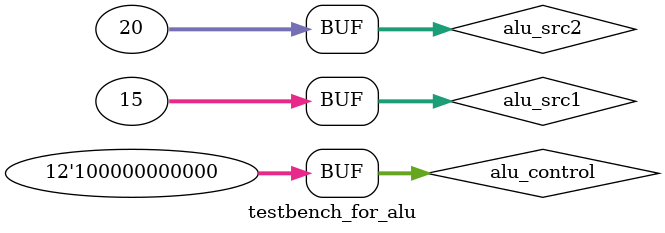
<source format=v>
`timescale 1ns / 1ps


module testbench_for_alu();
// Inputs
    reg [11:0] alu_control;
    reg [31:0] alu_src1;
    reg [31:0] alu_src2;
// Outputs
    wire [31:0] alu_result;
// Debug

alu alu_module(
    .alu_control(alu_control),
    .alu_src1(alu_src1),
    .alu_src2(alu_src2),
    .alu_result(alu_result)
);

    initial begin
        alu_control = {1'b1,11'b0};
        alu_src1 = 32'd15;
        alu_src2 = 32'd20;
    end
endmodule

</source>
